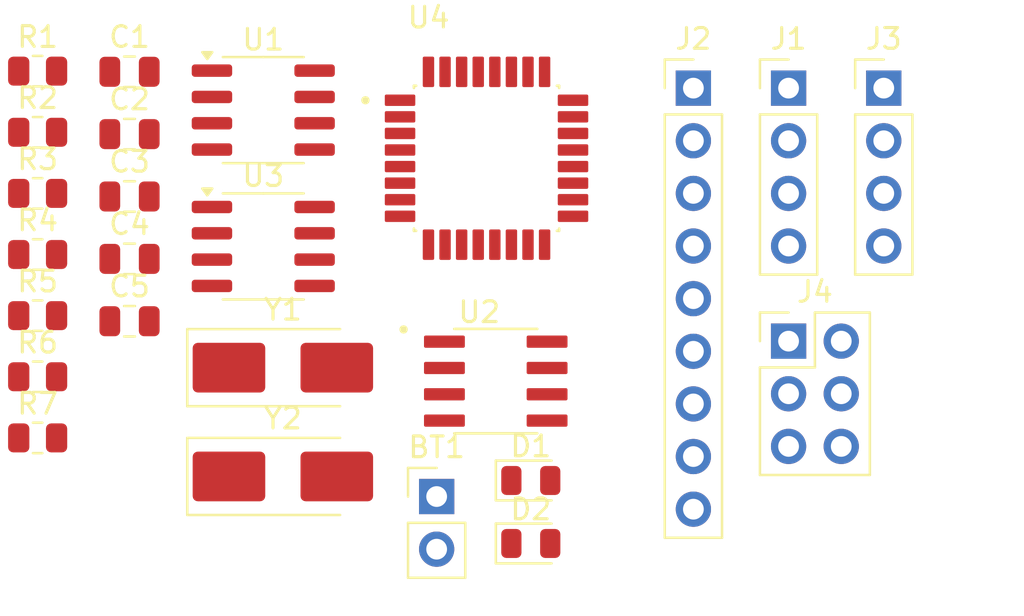
<source format=kicad_pcb>
(kicad_pcb (version 20241229) (generator "pcbnew") (generator_version "9.0")
  (layers (0 "F.Cu" signal) (2 "B.Cu" signal) (13 "F.Paste" user) (15 "B.Paste" user) (5 "F.SilkS" user "F.Silkscreen") (7 "B.SilkS" user "B.Silkscreen") (1 "F.Mask" user) (3 "B.Mask" user) (25 "Edge.Cuts" user))
  (net 0 "")
  (net 81 "Net-(U4-VCC-Pad4)")
  (net 91 "Net-(U4-GND-Pad21)")
  (footprint "Connector_PinHeader_2.54mm:PinHeader_1x04_P2.54mm_Vertical" (layer "F.Cu") (at 42.505 1.795)
    (property "Reference" "J3" (at 0 -2.38 0) (layer "F.SilkS"))
    (property "Value" "Conn_01x04_Male")
    (fp_line (start -1.38 -1.38) (end 0 -1.38) (stroke (width 0.12)) (layer "F.SilkS"))
    (fp_line (start -1.38 0) (end -1.38 -1.38) (stroke (width 0.12)) (layer "F.SilkS"))
    (fp_line (start -1.38 1.27) (end -1.38 9) (stroke (width 0.12)) (layer "F.SilkS"))
    (fp_line (start -1.38 1.27) (end 1.38 1.27) (stroke (width 0.12)) (layer "F.SilkS"))
    (fp_line (start -1.38 9) (end 1.38 9) (stroke (width 0.12)) (layer "F.SilkS"))
    (fp_line (start 1.38 1.27) (end 1.38 9) (stroke (width 0.12)) (layer "F.SilkS"))
    (pad "1" thru_hole rect (at 0 0) (size 1.7 1.7) (drill 1) (layers "*.Cu" "*.Mask"))
    (pad "2" thru_hole circle (at 0 2.54) (size 1.7 1.7) (drill 1) (layers "*.Cu" "*.Mask"))
    (pad "3" thru_hole circle (at 0 5.08) (size 1.7 1.7) (drill 1) (layers "*.Cu" "*.Mask"))
    (pad "4" thru_hole circle (at 0 7.62) (size 1.7 1.7) (drill 1) (layers "*.Cu" "*.Mask"))
  )
  (footprint "Resistor_SMD:R_0805_2012Metric" (layer "F.Cu") (at 1.705 12.775)
    (property "Reference" "R5" (at 0 -1.65 0) (layer "F.SilkS"))
    (property "Value" "330")
    (fp_line (start -0.227064 -0.735) (end 0.227064 -0.735) (stroke (width 0.12)) (layer "F.SilkS"))
    (fp_line (start -0.227064 0.735) (end 0.227064 0.735) (stroke (width 0.12)) (layer "F.SilkS"))
    (pad "1" smd roundrect (at -0.9125 0) (size 1.025 1.4) (layers "F.Cu" "F.Mask" "F.Paste") (roundrect_rratio 0.243902))
    (pad "2" smd roundrect (at 0.9125 0) (size 1.025 1.4) (layers "F.Cu" "F.Mask" "F.Paste") (roundrect_rratio 0.243902))
  )
  (footprint "ATMEGA328P_AU:QFP80P900X900X120-32N" (layer "F.Cu") (at 23.35 5.18)
    (property "Reference" "U4" (at -2.795 -6.79 0) (layer "F.SilkS"))
    (property "Value" "ATMEGA328P-AU")
    (fp_line (start -3.5 -3.5) (end -3.5 -3.395) (stroke (width 0.127)) (layer "F.SilkS"))
    (fp_line (start -3.5 -3.5) (end -3.395 -3.5) (stroke (width 0.127)) (layer "F.SilkS"))
    (fp_line (start -3.5 3.5) (end -3.5 3.395) (stroke (width 0.127)) (layer "F.SilkS"))
    (fp_line (start -3.5 3.5) (end -3.395 3.5) (stroke (width 0.127)) (layer "F.SilkS"))
    (fp_line (start 3.5 -3.5) (end 3.395 -3.5) (stroke (width 0.127)) (layer "F.SilkS"))
    (fp_line (start 3.5 -3.5) (end 3.5 -3.395) (stroke (width 0.127)) (layer "F.SilkS"))
    (fp_line (start 3.5 3.5) (end 3.395 3.5) (stroke (width 0.127)) (layer "F.SilkS"))
    (fp_line (start 3.5 3.5) (end 3.5 3.395) (stroke (width 0.127)) (layer "F.SilkS"))
    (fp_circle (center -5.84 -2.8) (end -5.74 -2.8) (stroke (width 0.2)) (fill no) (layer "F.SilkS"))
    (pad "1" smd roundrect (at -4.17 -2.8) (size 1.47 0.55) (layers "F.Cu" "F.Mask" "F.Paste") (roundrect_rratio 0.125))
    (pad "2" smd roundrect (at -4.17 -2) (size 1.47 0.55) (layers "F.Cu" "F.Mask" "F.Paste") (roundrect_rratio 0.125))
    (pad "3" smd roundrect (at -4.17 -1.2) (size 1.47 0.55) (layers "F.Cu" "F.Mask" "F.Paste") (roundrect_rratio 0.125) (net 91 "Net-(U4-GND-Pad21)"))
    (pad "4" smd roundrect (at -4.17 -0.4) (size 1.47 0.55) (layers "F.Cu" "F.Mask" "F.Paste") (roundrect_rratio 0.125) (net 81 "Net-(U4-VCC-Pad4)"))
    (pad "5" smd roundrect (at -4.17 0.4) (size 1.47 0.55) (layers "F.Cu" "F.Mask" "F.Paste") (roundrect_rratio 0.125) (net 91 "Net-(U4-GND-Pad21)"))
    (pad "6" smd roundrect (at -4.17 1.2) (size 1.47 0.55) (layers "F.Cu" "F.Mask" "F.Paste") (roundrect_rratio 0.125) (net 81 "Net-(U4-VCC-Pad4)"))
    (pad "7" smd roundrect (at -4.17 2) (size 1.47 0.55) (layers "F.Cu" "F.Mask" "F.Paste") (roundrect_rratio 0.125))
    (pad "8" smd roundrect (at -4.17 2.8) (size 1.47 0.55) (layers "F.Cu" "F.Mask" "F.Paste") (roundrect_rratio 0.125))
    (pad "9" smd roundrect (at -2.8 4.17) (size 0.55 1.47) (layers "F.Cu" "F.Mask" "F.Paste") (roundrect_rratio 0.125))
    (pad "10" smd roundrect (at -2 4.17) (size 0.55 1.47) (layers "F.Cu" "F.Mask" "F.Paste") (roundrect_rratio 0.125))
    (pad "11" smd roundrect (at -1.2 4.17) (size 0.55 1.47) (layers "F.Cu" "F.Mask" "F.Paste") (roundrect_rratio 0.125))
    (pad "12" smd roundrect (at -0.4 4.17) (size 0.55 1.47) (layers "F.Cu" "F.Mask" "F.Paste") (roundrect_rratio 0.125))
    (pad "13" smd roundrect (at 0.4 4.17) (size 0.55 1.47) (layers "F.Cu" "F.Mask" "F.Paste") (roundrect_rratio 0.125))
    (pad "14" smd roundrect (at 1.2 4.17) (size 0.55 1.47) (layers "F.Cu" "F.Mask" "F.Paste") (roundrect_rratio 0.125))
    (pad "15" smd roundrect (at 2 4.17) (size 0.55 1.47) (layers "F.Cu" "F.Mask" "F.Paste") (roundrect_rratio 0.125))
    (pad "16" smd roundrect (at 2.8 4.17) (size 0.55 1.47) (layers "F.Cu" "F.Mask" "F.Paste") (roundrect_rratio 0.125))
    (pad "17" smd roundrect (at 4.17 2.8) (size 1.47 0.55) (layers "F.Cu" "F.Mask" "F.Paste") (roundrect_rratio 0.125))
    (pad "18" smd roundrect (at 4.17 2) (size 1.47 0.55) (layers "F.Cu" "F.Mask" "F.Paste") (roundrect_rratio 0.125))
    (pad "19" smd roundrect (at 4.17 1.2) (size 1.47 0.55) (layers "F.Cu" "F.Mask" "F.Paste") (roundrect_rratio 0.125))
    (pad "20" smd roundrect (at 4.17 0.4) (size 1.47 0.55) (layers "F.Cu" "F.Mask" "F.Paste") (roundrect_rratio 0.125))
    (pad "21" smd roundrect (at 4.17 -0.4) (size 1.47 0.55) (layers "F.Cu" "F.Mask" "F.Paste") (roundrect_rratio 0.125) (net 91 "Net-(U4-GND-Pad21)"))
    (pad "22" smd roundrect (at 4.17 -1.2) (size 1.47 0.55) (layers "F.Cu" "F.Mask" "F.Paste") (roundrect_rratio 0.125))
    (pad "23" smd roundrect (at 4.17 -2) (size 1.47 0.55) (layers "F.Cu" "F.Mask" "F.Paste") (roundrect_rratio 0.125))
    (pad "24" smd roundrect (at 4.17 -2.8) (size 1.47 0.55) (layers "F.Cu" "F.Mask" "F.Paste") (roundrect_rratio 0.125))
    (pad "25" smd roundrect (at 2.8 -4.17) (size 0.55 1.47) (layers "F.Cu" "F.Mask" "F.Paste") (roundrect_rratio 0.125))
    (pad "26" smd roundrect (at 2 -4.17) (size 0.55 1.47) (layers "F.Cu" "F.Mask" "F.Paste") (roundrect_rratio 0.125))
    (pad "27" smd roundrect (at 1.2 -4.17) (size 0.55 1.47) (layers "F.Cu" "F.Mask" "F.Paste") (roundrect_rratio 0.125))
    (pad "28" smd roundrect (at 0.4 -4.17) (size 0.55 1.47) (layers "F.Cu" "F.Mask" "F.Paste") (roundrect_rratio 0.125))
    (pad "29" smd roundrect (at -0.4 -4.17) (size 0.55 1.47) (layers "F.Cu" "F.Mask" "F.Paste") (roundrect_rratio 0.125))
    (pad "30" smd roundrect (at -1.2 -4.17) (size 0.55 1.47) (layers "F.Cu" "F.Mask" "F.Paste") (roundrect_rratio 0.125))
    (pad "31" smd roundrect (at -2 -4.17) (size 0.55 1.47) (layers "F.Cu" "F.Mask" "F.Paste") (roundrect_rratio 0.125))
    (pad "32" smd roundrect (at -2.8 -4.17) (size 0.55 1.47) (layers "F.Cu" "F.Mask" "F.Paste") (roundrect_rratio 0.125))
  )
  (footprint "LED_SMD:LED_0805_2012Metric" (layer "F.Cu") (at 25.485 20.73)
    (property "Reference" "D1" (at 0 -1.65 0) (layer "F.SilkS"))
    (property "Value" "LED")
    (fp_line (start -1.685 -0.96) (end -1.685 0.96) (stroke (width 0.12)) (layer "F.SilkS"))
    (fp_line (start -1.685 0.96) (end 1 0.96) (stroke (width 0.12)) (layer "F.SilkS"))
    (fp_line (start 1 -0.96) (end -1.685 -0.96) (stroke (width 0.12)) (layer "F.SilkS"))
    (pad "1" smd roundrect (at -0.9375 0) (size 0.975 1.4) (layers "F.Cu" "F.Mask" "F.Paste"))
    (pad "2" smd roundrect (at 0.9375 0) (size 0.975 1.4) (layers "F.Cu" "F.Mask" "F.Paste"))
  )
  (footprint "Resistor_SMD:R_0805_2012Metric" (layer "F.Cu") (at 1.705 6.875)
    (property "Reference" "R3" (at 0 -1.65 0) (layer "F.SilkS"))
    (property "Value" "4.7K")
    (fp_line (start -0.227064 -0.735) (end 0.227064 -0.735) (stroke (width 0.12)) (layer "F.SilkS"))
    (fp_line (start -0.227064 0.735) (end 0.227064 0.735) (stroke (width 0.12)) (layer "F.SilkS"))
    (pad "1" smd roundrect (at -0.9125 0) (size 1.025 1.4) (layers "F.Cu" "F.Mask" "F.Paste") (roundrect_rratio 0.243902))
    (pad "2" smd roundrect (at 0.9125 0) (size 1.025 1.4) (layers "F.Cu" "F.Mask" "F.Paste") (roundrect_rratio 0.243902))
  )
  (footprint "LED_SMD:LED_0805_2012Metric" (layer "F.Cu") (at 25.485 23.77)
    (property "Reference" "D2" (at 0 -1.65 0) (layer "F.SilkS"))
    (property "Value" "LED")
    (fp_line (start -1.685 -0.96) (end -1.685 0.96) (stroke (width 0.12)) (layer "F.SilkS"))
    (fp_line (start -1.685 0.96) (end 1 0.96) (stroke (width 0.12)) (layer "F.SilkS"))
    (fp_line (start 1 -0.96) (end -1.685 -0.96) (stroke (width 0.12)) (layer "F.SilkS"))
    (pad "1" smd roundrect (at -0.9375 0) (size 0.975 1.4) (layers "F.Cu" "F.Mask" "F.Paste"))
    (pad "2" smd roundrect (at 0.9375 0) (size 0.975 1.4) (layers "F.Cu" "F.Mask" "F.Paste"))
  )
  (footprint "Resistor_SMD:R_0805_2012Metric" (layer "F.Cu") (at 1.705 18.675)
    (property "Reference" "R7" (at 0 -1.65 0) (layer "F.SilkS"))
    (property "Value" "330")
    (fp_line (start -0.227064 -0.735) (end 0.227064 -0.735) (stroke (width 0.12)) (layer "F.SilkS"))
    (fp_line (start -0.227064 0.735) (end 0.227064 0.735) (stroke (width 0.12)) (layer "F.SilkS"))
    (pad "1" smd roundrect (at -0.9125 0) (size 1.025 1.4) (layers "F.Cu" "F.Mask" "F.Paste") (roundrect_rratio 0.243902))
    (pad "2" smd roundrect (at 0.9125 0) (size 1.025 1.4) (layers "F.Cu" "F.Mask" "F.Paste") (roundrect_rratio 0.243902))
  )
  (footprint "Resistor_SMD:R_0805_2012Metric" (layer "F.Cu") (at 1.705 0.975)
    (property "Reference" "R1" (at 0 -1.65 0) (layer "F.SilkS"))
    (property "Value" "10K")
    (fp_line (start -0.227064 -0.735) (end 0.227064 -0.735) (stroke (width 0.12)) (layer "F.SilkS"))
    (fp_line (start -0.227064 0.735) (end 0.227064 0.735) (stroke (width 0.12)) (layer "F.SilkS"))
    (pad "1" smd roundrect (at -0.9125 0) (size 1.025 1.4) (layers "F.Cu" "F.Mask" "F.Paste") (roundrect_rratio 0.243902))
    (pad "2" smd roundrect (at 0.9125 0) (size 1.025 1.4) (layers "F.Cu" "F.Mask" "F.Paste") (roundrect_rratio 0.243902))
  )
  (footprint "Resistor_SMD:R_0805_2012Metric" (layer "F.Cu") (at 1.705 15.725)
    (property "Reference" "R6" (at 0 -1.65 0) (layer "F.SilkS"))
    (property "Value" "10K")
    (fp_line (start -0.227064 -0.735) (end 0.227064 -0.735) (stroke (width 0.12)) (layer "F.SilkS"))
    (fp_line (start -0.227064 0.735) (end 0.227064 0.735) (stroke (width 0.12)) (layer "F.SilkS"))
    (pad "1" smd roundrect (at -0.9125 0) (size 1.025 1.4) (layers "F.Cu" "F.Mask" "F.Paste") (roundrect_rratio 0.243902))
    (pad "2" smd roundrect (at 0.9125 0) (size 1.025 1.4) (layers "F.Cu" "F.Mask" "F.Paste") (roundrect_rratio 0.243902))
  )
  (footprint "Crystal:Crystal_SMD_5032-2Pin_5.0x3.2mm_HandSoldering" (layer "F.Cu") (at 13.53 15.285)
    (property "Reference" "Y1" (at 0 -2.8 0) (layer "F.SilkS"))
    (property "Value" "32.768 KHz")
    (fp_line (start -4.61 -1.86) (end -4.61 1.86) (stroke (width 0.12)) (layer "F.SilkS"))
    (fp_line (start -4.61 1.86) (end 2.76 1.86) (stroke (width 0.12)) (layer "F.SilkS"))
    (fp_line (start 2.76 -1.86) (end -4.61 -1.86) (stroke (width 0.12)) (layer "F.SilkS"))
    (pad "1" smd roundrect (at -2.6 0) (size 3.5 2.4) (layers "F.Cu" "F.Mask" "F.Paste") (roundrect_rratio 0.104167))
    (pad "2" smd roundrect (at 2.6 0) (size 3.5 2.4) (layers "F.Cu" "F.Mask" "F.Paste") (roundrect_rratio 0.104167))
  )
  (footprint "Capacitor_SMD:C_0805_2012Metric" (layer "F.Cu") (at 6.135 4.015)
    (property "Reference" "C2" (at 0 -1.68 0) (layer "F.SilkS"))
    (property "Value" "22pF")
    (fp_line (start -0.261252 -0.735) (end 0.261252 -0.735) (stroke (width 0.12)) (layer "F.SilkS"))
    (fp_line (start -0.261252 0.735) (end 0.261252 0.735) (stroke (width 0.12)) (layer "F.SilkS"))
    (pad "1" smd roundrect (at -0.95 0) (size 1 1.45) (layers "F.Cu" "F.Mask" "F.Paste"))
    (pad "2" smd roundrect (at 0.95 0) (size 1 1.45) (layers "F.Cu" "F.Mask" "F.Paste"))
  )
  (footprint "Connector_PinHeader_2.54mm:PinHeader_1x09_P2.54mm_Vertical" (layer "F.Cu") (at 33.325 1.795)
    (property "Reference" "J2" (at 0 -2.38 0) (layer "F.SilkS"))
    (property "Value" "Conn_01x09_Male")
    (fp_line (start -1.38 -1.38) (end 0 -1.38) (stroke (width 0.12)) (layer "F.SilkS"))
    (fp_line (start -1.38 0) (end -1.38 -1.38) (stroke (width 0.12)) (layer "F.SilkS"))
    (fp_line (start -1.38 1.27) (end -1.38 21.7) (stroke (width 0.12)) (layer "F.SilkS"))
    (fp_line (start -1.38 1.27) (end 1.38 1.27) (stroke (width 0.12)) (layer "F.SilkS"))
    (fp_line (start -1.38 21.7) (end 1.38 21.7) (stroke (width 0.12)) (layer "F.SilkS"))
    (fp_line (start 1.38 1.27) (end 1.38 21.7) (stroke (width 0.12)) (layer "F.SilkS"))
    (pad "1" thru_hole rect (at 0 0) (size 1.7 1.7) (drill 1) (layers "*.Cu" "*.Mask"))
    (pad "2" thru_hole circle (at 0 2.54) (size 1.7 1.7) (drill 1) (layers "*.Cu" "*.Mask"))
    (pad "3" thru_hole circle (at 0 5.08) (size 1.7 1.7) (drill 1) (layers "*.Cu" "*.Mask"))
    (pad "4" thru_hole circle (at 0 7.62) (size 1.7 1.7) (drill 1) (layers "*.Cu" "*.Mask"))
    (pad "5" thru_hole circle (at 0 10.16) (size 1.7 1.7) (drill 1) (layers "*.Cu" "*.Mask"))
    (pad "6" thru_hole circle (at 0 12.7) (size 1.7 1.7) (drill 1) (layers "*.Cu" "*.Mask"))
    (pad "7" thru_hole circle (at 0 15.24) (size 1.7 1.7) (drill 1) (layers "*.Cu" "*.Mask"))
    (pad "8" thru_hole circle (at 0 17.78) (size 1.7 1.7) (drill 1) (layers "*.Cu" "*.Mask"))
    (pad "9" thru_hole circle (at 0 20.32) (size 1.7 1.7) (drill 1) (layers "*.Cu" "*.Mask"))
  )
  (footprint "Crystal:Crystal_SMD_5032-2Pin_5.0x3.2mm_HandSoldering" (layer "F.Cu") (at 13.53 20.535)
    (property "Reference" "Y2" (at 0 -2.8 0) (layer "F.SilkS"))
    (property "Value" "16 MHz")
    (fp_line (start -4.61 -1.86) (end -4.61 1.86) (stroke (width 0.12)) (layer "F.SilkS"))
    (fp_line (start -4.61 1.86) (end 2.76 1.86) (stroke (width 0.12)) (layer "F.SilkS"))
    (fp_line (start 2.76 -1.86) (end -4.61 -1.86) (stroke (width 0.12)) (layer "F.SilkS"))
    (pad "1" smd roundrect (at -2.6 0) (size 3.5 2.4) (layers "F.Cu" "F.Mask" "F.Paste") (roundrect_rratio 0.104167))
    (pad "2" smd roundrect (at 2.6 0) (size 3.5 2.4) (layers "F.Cu" "F.Mask" "F.Paste") (roundrect_rratio 0.104167))
  )
  (footprint "Resistor_SMD:R_0805_2012Metric" (layer "F.Cu") (at 1.705 3.925)
    (property "Reference" "R2" (at 0 -1.65 0) (layer "F.SilkS"))
    (property "Value" "10K")
    (fp_line (start -0.227064 -0.735) (end 0.227064 -0.735) (stroke (width 0.12)) (layer "F.SilkS"))
    (fp_line (start -0.227064 0.735) (end 0.227064 0.735) (stroke (width 0.12)) (layer "F.SilkS"))
    (pad "1" smd roundrect (at -0.9125 0) (size 1.025 1.4) (layers "F.Cu" "F.Mask" "F.Paste") (roundrect_rratio 0.243902))
    (pad "2" smd roundrect (at 0.9125 0) (size 1.025 1.4) (layers "F.Cu" "F.Mask" "F.Paste") (roundrect_rratio 0.243902))
  )
  (footprint "Connector_PinHeader_2.54mm:PinHeader_1x02_P2.54mm_Vertical" (layer "F.Cu") (at 20.945 21.505)
    (property "Reference" "BT1" (at 0 -2.38 0) (layer "F.SilkS"))
    (property "Value" "Battery")
    (fp_line (start -1.38 -1.38) (end 0 -1.38) (stroke (width 0.12)) (layer "F.SilkS"))
    (fp_line (start -1.38 0) (end -1.38 -1.38) (stroke (width 0.12)) (layer "F.SilkS"))
    (fp_line (start -1.38 1.27) (end -1.38 3.92) (stroke (width 0.12)) (layer "F.SilkS"))
    (fp_line (start -1.38 1.27) (end 1.38 1.27) (stroke (width 0.12)) (layer "F.SilkS"))
    (fp_line (start -1.38 3.92) (end 1.38 3.92) (stroke (width 0.12)) (layer "F.SilkS"))
    (fp_line (start 1.38 1.27) (end 1.38 3.92) (stroke (width 0.12)) (layer "F.SilkS"))
    (pad "1" thru_hole rect (at 0 0) (size 1.7 1.7) (drill 1) (layers "*.Cu" "*.Mask"))
    (pad "2" thru_hole circle (at 0 2.54) (size 1.7 1.7) (drill 1) (layers "*.Cu" "*.Mask"))
  )
  (footprint "Connector_PinHeader_2.54mm:PinHeader_1x04_P2.54mm_Vertical" (layer "F.Cu") (at 37.915 1.795)
    (property "Reference" "J1" (at 0 -2.38 0) (layer "F.SilkS"))
    (property "Value" "Conn_01x04_Male")
    (fp_line (start -1.38 -1.38) (end 0 -1.38) (stroke (width 0.12)) (layer "F.SilkS"))
    (fp_line (start -1.38 0) (end -1.38 -1.38) (stroke (width 0.12)) (layer "F.SilkS"))
    (fp_line (start -1.38 1.27) (end -1.38 9) (stroke (width 0.12)) (layer "F.SilkS"))
    (fp_line (start -1.38 1.27) (end 1.38 1.27) (stroke (width 0.12)) (layer "F.SilkS"))
    (fp_line (start -1.38 9) (end 1.38 9) (stroke (width 0.12)) (layer "F.SilkS"))
    (fp_line (start 1.38 1.27) (end 1.38 9) (stroke (width 0.12)) (layer "F.SilkS"))
    (pad "1" thru_hole rect (at 0 0) (size 1.7 1.7) (drill 1) (layers "*.Cu" "*.Mask"))
    (pad "2" thru_hole circle (at 0 2.54) (size 1.7 1.7) (drill 1) (layers "*.Cu" "*.Mask"))
    (pad "3" thru_hole circle (at 0 5.08) (size 1.7 1.7) (drill 1) (layers "*.Cu" "*.Mask"))
    (pad "4" thru_hole circle (at 0 7.62) (size 1.7 1.7) (drill 1) (layers "*.Cu" "*.Mask"))
  )
  (footprint "Package_SO:SOIC-8_3.9x4.9mm_P1.27mm" (layer "F.Cu") (at 12.585 2.855)
    (property "Reference" "U1" (at 0 -3.4 0) (layer "F.SilkS"))
    (property "Value" "24LC1025")
    (fp_line (start 0 -2.56) (end -1.95 -2.56) (stroke (width 0.12)) (layer "F.SilkS"))
    (fp_line (start 0 -2.56) (end 1.95 -2.56) (stroke (width 0.12)) (layer "F.SilkS"))
    (fp_line (start 0 2.56) (end -1.95 2.56) (stroke (width 0.12)) (layer "F.SilkS"))
    (fp_line (start 0 2.56) (end 1.95 2.56) (stroke (width 0.12)) (layer "F.SilkS"))
    (fp_poly (pts (xy -2.7 -2.465) (xy -2.94 -2.795) (xy -2.46 -2.795)) (stroke (width 0.12)) (fill yes) (layer "F.SilkS"))
    (pad "1" smd roundrect (at -2.475 -1.905) (size 1.95 0.6) (layers "F.Cu" "F.Mask" "F.Paste"))
    (pad "2" smd roundrect (at -2.475 -0.635) (size 1.95 0.6) (layers "F.Cu" "F.Mask" "F.Paste"))
    (pad "3" smd roundrect (at -2.475 0.635) (size 1.95 0.6) (layers "F.Cu" "F.Mask" "F.Paste"))
    (pad "4" smd roundrect (at -2.475 1.905) (size 1.95 0.6) (layers "F.Cu" "F.Mask" "F.Paste"))
    (pad "5" smd roundrect (at 2.475 1.905) (size 1.95 0.6) (layers "F.Cu" "F.Mask" "F.Paste"))
    (pad "6" smd roundrect (at 2.475 0.635) (size 1.95 0.6) (layers "F.Cu" "F.Mask" "F.Paste"))
    (pad "7" smd roundrect (at 2.475 -0.635) (size 1.95 0.6) (layers "F.Cu" "F.Mask" "F.Paste"))
    (pad "8" smd roundrect (at 2.475 -1.905) (size 1.95 0.6) (layers "F.Cu" "F.Mask" "F.Paste"))
  )
  (footprint "Capacitor_SMD:C_0805_2012Metric" (layer "F.Cu") (at 6.135 10.035)
    (property "Reference" "C4" (at 0 -1.68 0) (layer "F.SilkS"))
    (property "Value" "0.1uF")
    (fp_line (start -0.261252 -0.735) (end 0.261252 -0.735) (stroke (width 0.12)) (layer "F.SilkS"))
    (fp_line (start -0.261252 0.735) (end 0.261252 0.735) (stroke (width 0.12)) (layer "F.SilkS"))
    (pad "1" smd roundrect (at -0.95 0) (size 1 1.45) (layers "F.Cu" "F.Mask" "F.Paste"))
    (pad "2" smd roundrect (at 0.95 0) (size 1 1.45) (layers "F.Cu" "F.Mask" "F.Paste"))
  )
  (footprint "Connector_PinHeader_2.54mm:PinHeader_2x03_P2.54mm_Vertical" (layer "F.Cu") (at 37.915 14.005)
    (property "Reference" "J4" (at 1.27 -2.38 0) (layer "F.SilkS"))
    (property "Value" "Conn_02x03_Odd_Even")
    (fp_line (start -1.38 -1.38) (end 0 -1.38) (stroke (width 0.12)) (layer "F.SilkS"))
    (fp_line (start -1.38 0) (end -1.38 -1.38) (stroke (width 0.12)) (layer "F.SilkS"))
    (fp_line (start -1.38 1.27) (end -1.38 6.46) (stroke (width 0.12)) (layer "F.SilkS"))
    (fp_line (start -1.38 1.27) (end 1.27 1.27) (stroke (width 0.12)) (layer "F.SilkS"))
    (fp_line (start -1.38 6.46) (end 3.92 6.46) (stroke (width 0.12)) (layer "F.SilkS"))
    (fp_line (start 1.27 -1.38) (end 3.92 -1.38) (stroke (width 0.12)) (layer "F.SilkS"))
    (fp_line (start 1.27 1.27) (end 1.27 -1.38) (stroke (width 0.12)) (layer "F.SilkS"))
    (fp_line (start 3.92 -1.38) (end 3.92 6.46) (stroke (width 0.12)) (layer "F.SilkS"))
    (pad "1" thru_hole rect (at 0 0) (size 1.7 1.7) (drill 1) (layers "*.Cu" "*.Mask"))
    (pad "2" thru_hole circle (at 2.54 0) (size 1.7 1.7) (drill 1) (layers "*.Cu" "*.Mask"))
    (pad "3" thru_hole circle (at 0 2.54) (size 1.7 1.7) (drill 1) (layers "*.Cu" "*.Mask"))
    (pad "4" thru_hole circle (at 2.54 2.54) (size 1.7 1.7) (drill 1) (layers "*.Cu" "*.Mask"))
    (pad "5" thru_hole circle (at 0 5.08) (size 1.7 1.7) (drill 1) (layers "*.Cu" "*.Mask"))
    (pad "6" thru_hole circle (at 2.54 5.08) (size 1.7 1.7) (drill 1) (layers "*.Cu" "*.Mask"))
  )
  (footprint "Capacitor_SMD:C_0805_2012Metric" (layer "F.Cu") (at 6.135 7.025)
    (property "Reference" "C3" (at 0 -1.68 0) (layer "F.SilkS"))
    (property "Value" "22pF")
    (fp_line (start -0.261252 -0.735) (end 0.261252 -0.735) (stroke (width 0.12)) (layer "F.SilkS"))
    (fp_line (start -0.261252 0.735) (end 0.261252 0.735) (stroke (width 0.12)) (layer "F.SilkS"))
    (pad "1" smd roundrect (at -0.95 0) (size 1 1.45) (layers "F.Cu" "F.Mask" "F.Paste"))
    (pad "2" smd roundrect (at 0.95 0) (size 1 1.45) (layers "F.Cu" "F.Mask" "F.Paste"))
  )
  (footprint "Capacitor_SMD:C_0805_2012Metric" (layer "F.Cu") (at 6.135 13.045)
    (property "Reference" "C5" (at 0 -1.68 0) (layer "F.SilkS"))
    (property "Value" "100nF")
    (fp_line (start -0.261252 -0.735) (end 0.261252 -0.735) (stroke (width 0.12)) (layer "F.SilkS"))
    (fp_line (start -0.261252 0.735) (end 0.261252 0.735) (stroke (width 0.12)) (layer "F.SilkS"))
    (pad "1" smd roundrect (at -0.95 0) (size 1 1.45) (layers "F.Cu" "F.Mask" "F.Paste"))
    (pad "2" smd roundrect (at 0.95 0) (size 1 1.45) (layers "F.Cu" "F.Mask" "F.Paste"))
  )
  (footprint "Package_SO:SOIC-8_3.9x4.9mm_P1.27mm" (layer "F.Cu") (at 12.585 9.435)
    (property "Reference" "U3" (at 0 -3.4 0) (layer "F.SilkS"))
    (property "Value" "24LC1025")
    (fp_line (start 0 -2.56) (end -1.95 -2.56) (stroke (width 0.12)) (layer "F.SilkS"))
    (fp_line (start 0 -2.56) (end 1.95 -2.56) (stroke (width 0.12)) (layer "F.SilkS"))
    (fp_line (start 0 2.56) (end -1.95 2.56) (stroke (width 0.12)) (layer "F.SilkS"))
    (fp_line (start 0 2.56) (end 1.95 2.56) (stroke (width 0.12)) (layer "F.SilkS"))
    (fp_poly (pts (xy -2.7 -2.465) (xy -2.94 -2.795) (xy -2.46 -2.795)) (stroke (width 0.12)) (fill yes) (layer "F.SilkS"))
    (pad "1" smd roundrect (at -2.475 -1.905) (size 1.95 0.6) (layers "F.Cu" "F.Mask" "F.Paste"))
    (pad "2" smd roundrect (at -2.475 -0.635) (size 1.95 0.6) (layers "F.Cu" "F.Mask" "F.Paste"))
    (pad "3" smd roundrect (at -2.475 0.635) (size 1.95 0.6) (layers "F.Cu" "F.Mask" "F.Paste"))
    (pad "4" smd roundrect (at -2.475 1.905) (size 1.95 0.6) (layers "F.Cu" "F.Mask" "F.Paste"))
    (pad "5" smd roundrect (at 2.475 1.905) (size 1.95 0.6) (layers "F.Cu" "F.Mask" "F.Paste"))
    (pad "6" smd roundrect (at 2.475 0.635) (size 1.95 0.6) (layers "F.Cu" "F.Mask" "F.Paste"))
    (pad "7" smd roundrect (at 2.475 -0.635) (size 1.95 0.6) (layers "F.Cu" "F.Mask" "F.Paste"))
    (pad "8" smd roundrect (at 2.475 -1.905) (size 1.95 0.6) (layers "F.Cu" "F.Mask" "F.Paste"))
  )
  (footprint "Capacitor_SMD:C_0805_2012Metric" (layer "F.Cu") (at 6.135 1.005)
    (property "Reference" "C1" (at 0 -1.68 0) (layer "F.SilkS"))
    (property "Value" "0.1uF")
    (fp_line (start -0.261252 -0.735) (end 0.261252 -0.735) (stroke (width 0.12)) (layer "F.SilkS"))
    (fp_line (start -0.261252 0.735) (end 0.261252 0.735) (stroke (width 0.12)) (layer "F.SilkS"))
    (pad "1" smd roundrect (at -0.95 0) (size 1 1.45) (layers "F.Cu" "F.Mask" "F.Paste"))
    (pad "2" smd roundrect (at 0.95 0) (size 1 1.45) (layers "F.Cu" "F.Mask" "F.Paste"))
  )
  (footprint "Resistor_SMD:R_0805_2012Metric" (layer "F.Cu") (at 1.705 9.825)
    (property "Reference" "R4" (at 0 -1.65 0) (layer "F.SilkS"))
    (property "Value" "4.7K")
    (fp_line (start -0.227064 -0.735) (end 0.227064 -0.735) (stroke (width 0.12)) (layer "F.SilkS"))
    (fp_line (start -0.227064 0.735) (end 0.227064 0.735) (stroke (width 0.12)) (layer "F.SilkS"))
    (pad "1" smd roundrect (at -0.9125 0) (size 1.025 1.4) (layers "F.Cu" "F.Mask" "F.Paste") (roundrect_rratio 0.243902))
    (pad "2" smd roundrect (at 0.9125 0) (size 1.025 1.4) (layers "F.Cu" "F.Mask" "F.Paste") (roundrect_rratio 0.243902))
  )
  (footprint "DS1337S_plus:SOIC127P600X175-8N" (layer "F.Cu") (at 23.795 15.935)
    (property "Reference" "U2" (at -0.795 -3.332 0) (layer "F.SilkS"))
    (property "Value" "DS1337S+")
    (fp_line (start -2 -2.52) (end 2 -2.52) (stroke (width 0.127)) (layer "F.SilkS"))
    (fp_line (start -2 2.52) (end 2 2.52) (stroke (width 0.127)) (layer "F.SilkS"))
    (fp_circle (center -4.445 -2.495) (end -4.345 -2.495) (stroke (width 0.2)) (fill no) (layer "F.SilkS"))
    (pad "1" smd roundrect (at -2.475 -1.905) (size 1.97 0.59) (layers "F.Cu" "F.Mask" "F.Paste") (roundrect_rratio 0.125))
    (pad "2" smd roundrect (at -2.475 -0.635) (size 1.97 0.59) (layers "F.Cu" "F.Mask" "F.Paste") (roundrect_rratio 0.125))
    (pad "3" smd roundrect (at -2.475 0.635) (size 1.97 0.59) (layers "F.Cu" "F.Mask" "F.Paste") (roundrect_rratio 0.125))
    (pad "4" smd roundrect (at -2.475 1.905) (size 1.97 0.59) (layers "F.Cu" "F.Mask" "F.Paste") (roundrect_rratio 0.125))
    (pad "5" smd roundrect (at 2.475 1.905) (size 1.97 0.59) (layers "F.Cu" "F.Mask" "F.Paste") (roundrect_rratio 0.125))
    (pad "6" smd roundrect (at 2.475 0.635) (size 1.97 0.59) (layers "F.Cu" "F.Mask" "F.Paste") (roundrect_rratio 0.125))
    (pad "7" smd roundrect (at 2.475 -0.635) (size 1.97 0.59) (layers "F.Cu" "F.Mask" "F.Paste") (roundrect_rratio 0.125))
    (pad "8" smd roundrect (at 2.475 -1.905) (size 1.97 0.59) (layers "F.Cu" "F.Mask" "F.Paste") (roundrect_rratio 0.125))
  )
)
</source>
